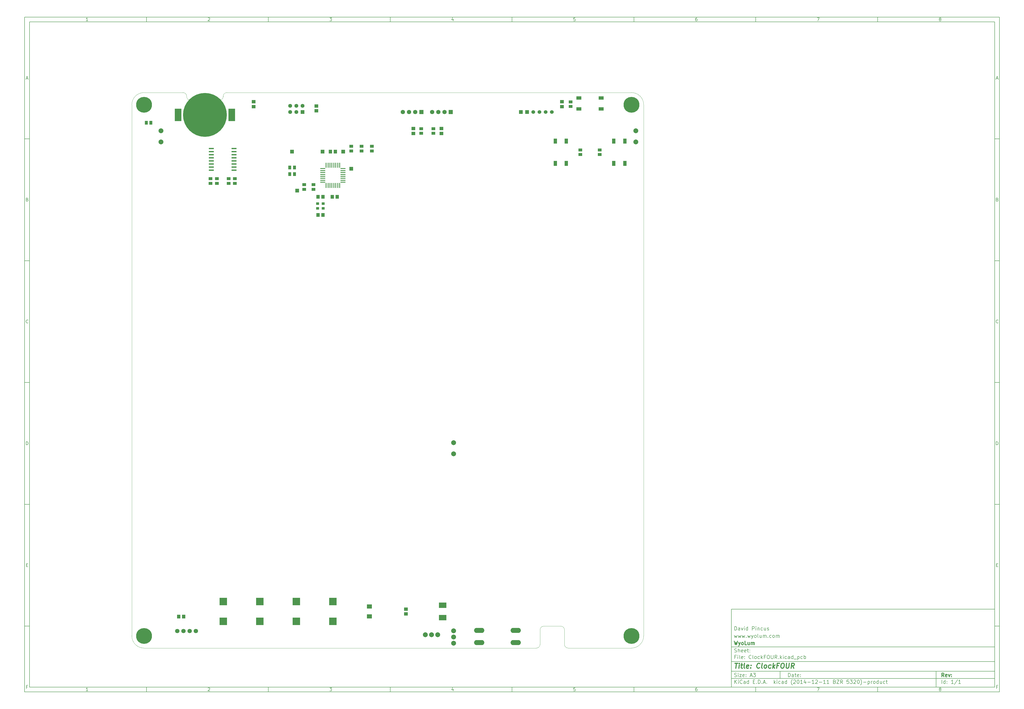
<source format=gbs>
G04 #@! TF.FileFunction,Soldermask,Bot*
%FSLAX46Y46*%
G04 Gerber Fmt 4.6, Leading zero omitted, Abs format (unit mm)*
G04 Created by KiCad (PCBNEW (2014-12-11 BZR 5320)-product) date Thu Jan 29 13:35:59 2015*
%MOMM*%
G01*
G04 APERTURE LIST*
%ADD10C,0.150000*%
%ADD11C,0.300000*%
%ADD12C,0.400000*%
%ADD13C,0.100000*%
%ADD14R,1.498600X1.300480*%
%ADD15R,1.300480X1.498600*%
%ADD16C,6.500000*%
%ADD17R,1.524000X1.524000*%
%ADD18R,1.300480X1.049020*%
%ADD19R,0.449580X1.998980*%
%ADD20R,1.998980X0.449580*%
%ADD21R,1.600000X1.600000*%
%ADD22C,1.600000*%
%ADD23R,3.048000X3.048000*%
%ADD24R,1.550000X1.350000*%
%ADD25R,1.350000X1.550000*%
%ADD26C,1.524000*%
%ADD27C,1.778000*%
%ADD28R,1.778000X1.778000*%
%ADD29R,2.100000X1.400000*%
%ADD30R,1.400000X2.100000*%
%ADD31R,1.998980X0.599440*%
%ADD32C,2.000000*%
%ADD33O,4.200000X2.100000*%
%ADD34R,2.159000X1.778000*%
%ADD35R,3.149600X2.184400*%
%ADD36R,2.800000X5.100000*%
%ADD37C,18.000000*%
%ADD38C,1.800000*%
G04 APERTURE END LIST*
D10*
X299989000Y-253002200D02*
X299989000Y-285002200D01*
X407989000Y-285002200D01*
X407989000Y-253002200D01*
X299989000Y-253002200D01*
X10000000Y-10000000D02*
X10000000Y-287002200D01*
X409989000Y-287002200D01*
X409989000Y-10000000D01*
X10000000Y-10000000D01*
X12000000Y-12000000D02*
X12000000Y-285002200D01*
X407989000Y-285002200D01*
X407989000Y-12000000D01*
X12000000Y-12000000D01*
X60000000Y-12000000D02*
X60000000Y-10000000D01*
X110000000Y-12000000D02*
X110000000Y-10000000D01*
X160000000Y-12000000D02*
X160000000Y-10000000D01*
X210000000Y-12000000D02*
X210000000Y-10000000D01*
X260000000Y-12000000D02*
X260000000Y-10000000D01*
X310000000Y-12000000D02*
X310000000Y-10000000D01*
X360000000Y-12000000D02*
X360000000Y-10000000D01*
X35990476Y-11588095D02*
X35247619Y-11588095D01*
X35619048Y-11588095D02*
X35619048Y-10288095D01*
X35495238Y-10473810D01*
X35371429Y-10597619D01*
X35247619Y-10659524D01*
X85247619Y-10411905D02*
X85309524Y-10350000D01*
X85433333Y-10288095D01*
X85742857Y-10288095D01*
X85866667Y-10350000D01*
X85928571Y-10411905D01*
X85990476Y-10535714D01*
X85990476Y-10659524D01*
X85928571Y-10845238D01*
X85185714Y-11588095D01*
X85990476Y-11588095D01*
X135185714Y-10288095D02*
X135990476Y-10288095D01*
X135557143Y-10783333D01*
X135742857Y-10783333D01*
X135866667Y-10845238D01*
X135928571Y-10907143D01*
X135990476Y-11030952D01*
X135990476Y-11340476D01*
X135928571Y-11464286D01*
X135866667Y-11526190D01*
X135742857Y-11588095D01*
X135371429Y-11588095D01*
X135247619Y-11526190D01*
X135185714Y-11464286D01*
X185866667Y-10721429D02*
X185866667Y-11588095D01*
X185557143Y-10226190D02*
X185247619Y-11154762D01*
X186052381Y-11154762D01*
X235928571Y-10288095D02*
X235309524Y-10288095D01*
X235247619Y-10907143D01*
X235309524Y-10845238D01*
X235433333Y-10783333D01*
X235742857Y-10783333D01*
X235866667Y-10845238D01*
X235928571Y-10907143D01*
X235990476Y-11030952D01*
X235990476Y-11340476D01*
X235928571Y-11464286D01*
X235866667Y-11526190D01*
X235742857Y-11588095D01*
X235433333Y-11588095D01*
X235309524Y-11526190D01*
X235247619Y-11464286D01*
X285866667Y-10288095D02*
X285619048Y-10288095D01*
X285495238Y-10350000D01*
X285433333Y-10411905D01*
X285309524Y-10597619D01*
X285247619Y-10845238D01*
X285247619Y-11340476D01*
X285309524Y-11464286D01*
X285371429Y-11526190D01*
X285495238Y-11588095D01*
X285742857Y-11588095D01*
X285866667Y-11526190D01*
X285928571Y-11464286D01*
X285990476Y-11340476D01*
X285990476Y-11030952D01*
X285928571Y-10907143D01*
X285866667Y-10845238D01*
X285742857Y-10783333D01*
X285495238Y-10783333D01*
X285371429Y-10845238D01*
X285309524Y-10907143D01*
X285247619Y-11030952D01*
X335185714Y-10288095D02*
X336052381Y-10288095D01*
X335495238Y-11588095D01*
X385495238Y-10845238D02*
X385371429Y-10783333D01*
X385309524Y-10721429D01*
X385247619Y-10597619D01*
X385247619Y-10535714D01*
X385309524Y-10411905D01*
X385371429Y-10350000D01*
X385495238Y-10288095D01*
X385742857Y-10288095D01*
X385866667Y-10350000D01*
X385928571Y-10411905D01*
X385990476Y-10535714D01*
X385990476Y-10597619D01*
X385928571Y-10721429D01*
X385866667Y-10783333D01*
X385742857Y-10845238D01*
X385495238Y-10845238D01*
X385371429Y-10907143D01*
X385309524Y-10969048D01*
X385247619Y-11092857D01*
X385247619Y-11340476D01*
X385309524Y-11464286D01*
X385371429Y-11526190D01*
X385495238Y-11588095D01*
X385742857Y-11588095D01*
X385866667Y-11526190D01*
X385928571Y-11464286D01*
X385990476Y-11340476D01*
X385990476Y-11092857D01*
X385928571Y-10969048D01*
X385866667Y-10907143D01*
X385742857Y-10845238D01*
X60000000Y-285002200D02*
X60000000Y-287002200D01*
X110000000Y-285002200D02*
X110000000Y-287002200D01*
X160000000Y-285002200D02*
X160000000Y-287002200D01*
X210000000Y-285002200D02*
X210000000Y-287002200D01*
X260000000Y-285002200D02*
X260000000Y-287002200D01*
X310000000Y-285002200D02*
X310000000Y-287002200D01*
X360000000Y-285002200D02*
X360000000Y-287002200D01*
X35990476Y-286590295D02*
X35247619Y-286590295D01*
X35619048Y-286590295D02*
X35619048Y-285290295D01*
X35495238Y-285476010D01*
X35371429Y-285599819D01*
X35247619Y-285661724D01*
X85247619Y-285414105D02*
X85309524Y-285352200D01*
X85433333Y-285290295D01*
X85742857Y-285290295D01*
X85866667Y-285352200D01*
X85928571Y-285414105D01*
X85990476Y-285537914D01*
X85990476Y-285661724D01*
X85928571Y-285847438D01*
X85185714Y-286590295D01*
X85990476Y-286590295D01*
X135185714Y-285290295D02*
X135990476Y-285290295D01*
X135557143Y-285785533D01*
X135742857Y-285785533D01*
X135866667Y-285847438D01*
X135928571Y-285909343D01*
X135990476Y-286033152D01*
X135990476Y-286342676D01*
X135928571Y-286466486D01*
X135866667Y-286528390D01*
X135742857Y-286590295D01*
X135371429Y-286590295D01*
X135247619Y-286528390D01*
X135185714Y-286466486D01*
X185866667Y-285723629D02*
X185866667Y-286590295D01*
X185557143Y-285228390D02*
X185247619Y-286156962D01*
X186052381Y-286156962D01*
X235928571Y-285290295D02*
X235309524Y-285290295D01*
X235247619Y-285909343D01*
X235309524Y-285847438D01*
X235433333Y-285785533D01*
X235742857Y-285785533D01*
X235866667Y-285847438D01*
X235928571Y-285909343D01*
X235990476Y-286033152D01*
X235990476Y-286342676D01*
X235928571Y-286466486D01*
X235866667Y-286528390D01*
X235742857Y-286590295D01*
X235433333Y-286590295D01*
X235309524Y-286528390D01*
X235247619Y-286466486D01*
X285866667Y-285290295D02*
X285619048Y-285290295D01*
X285495238Y-285352200D01*
X285433333Y-285414105D01*
X285309524Y-285599819D01*
X285247619Y-285847438D01*
X285247619Y-286342676D01*
X285309524Y-286466486D01*
X285371429Y-286528390D01*
X285495238Y-286590295D01*
X285742857Y-286590295D01*
X285866667Y-286528390D01*
X285928571Y-286466486D01*
X285990476Y-286342676D01*
X285990476Y-286033152D01*
X285928571Y-285909343D01*
X285866667Y-285847438D01*
X285742857Y-285785533D01*
X285495238Y-285785533D01*
X285371429Y-285847438D01*
X285309524Y-285909343D01*
X285247619Y-286033152D01*
X335185714Y-285290295D02*
X336052381Y-285290295D01*
X335495238Y-286590295D01*
X385495238Y-285847438D02*
X385371429Y-285785533D01*
X385309524Y-285723629D01*
X385247619Y-285599819D01*
X385247619Y-285537914D01*
X385309524Y-285414105D01*
X385371429Y-285352200D01*
X385495238Y-285290295D01*
X385742857Y-285290295D01*
X385866667Y-285352200D01*
X385928571Y-285414105D01*
X385990476Y-285537914D01*
X385990476Y-285599819D01*
X385928571Y-285723629D01*
X385866667Y-285785533D01*
X385742857Y-285847438D01*
X385495238Y-285847438D01*
X385371429Y-285909343D01*
X385309524Y-285971248D01*
X385247619Y-286095057D01*
X385247619Y-286342676D01*
X385309524Y-286466486D01*
X385371429Y-286528390D01*
X385495238Y-286590295D01*
X385742857Y-286590295D01*
X385866667Y-286528390D01*
X385928571Y-286466486D01*
X385990476Y-286342676D01*
X385990476Y-286095057D01*
X385928571Y-285971248D01*
X385866667Y-285909343D01*
X385742857Y-285847438D01*
X10000000Y-60000000D02*
X12000000Y-60000000D01*
X10000000Y-110000000D02*
X12000000Y-110000000D01*
X10000000Y-160000000D02*
X12000000Y-160000000D01*
X10000000Y-210000000D02*
X12000000Y-210000000D01*
X10000000Y-260000000D02*
X12000000Y-260000000D01*
X10690476Y-35216667D02*
X11309524Y-35216667D01*
X10566667Y-35588095D02*
X11000000Y-34288095D01*
X11433333Y-35588095D01*
X11092857Y-84907143D02*
X11278571Y-84969048D01*
X11340476Y-85030952D01*
X11402381Y-85154762D01*
X11402381Y-85340476D01*
X11340476Y-85464286D01*
X11278571Y-85526190D01*
X11154762Y-85588095D01*
X10659524Y-85588095D01*
X10659524Y-84288095D01*
X11092857Y-84288095D01*
X11216667Y-84350000D01*
X11278571Y-84411905D01*
X11340476Y-84535714D01*
X11340476Y-84659524D01*
X11278571Y-84783333D01*
X11216667Y-84845238D01*
X11092857Y-84907143D01*
X10659524Y-84907143D01*
X11402381Y-135464286D02*
X11340476Y-135526190D01*
X11154762Y-135588095D01*
X11030952Y-135588095D01*
X10845238Y-135526190D01*
X10721429Y-135402381D01*
X10659524Y-135278571D01*
X10597619Y-135030952D01*
X10597619Y-134845238D01*
X10659524Y-134597619D01*
X10721429Y-134473810D01*
X10845238Y-134350000D01*
X11030952Y-134288095D01*
X11154762Y-134288095D01*
X11340476Y-134350000D01*
X11402381Y-134411905D01*
X10659524Y-185588095D02*
X10659524Y-184288095D01*
X10969048Y-184288095D01*
X11154762Y-184350000D01*
X11278571Y-184473810D01*
X11340476Y-184597619D01*
X11402381Y-184845238D01*
X11402381Y-185030952D01*
X11340476Y-185278571D01*
X11278571Y-185402381D01*
X11154762Y-185526190D01*
X10969048Y-185588095D01*
X10659524Y-185588095D01*
X10721429Y-234907143D02*
X11154762Y-234907143D01*
X11340476Y-235588095D02*
X10721429Y-235588095D01*
X10721429Y-234288095D01*
X11340476Y-234288095D01*
X11185714Y-284907143D02*
X10752381Y-284907143D01*
X10752381Y-285588095D02*
X10752381Y-284288095D01*
X11371428Y-284288095D01*
X409989000Y-60000000D02*
X407989000Y-60000000D01*
X409989000Y-110000000D02*
X407989000Y-110000000D01*
X409989000Y-160000000D02*
X407989000Y-160000000D01*
X409989000Y-210000000D02*
X407989000Y-210000000D01*
X409989000Y-260000000D02*
X407989000Y-260000000D01*
X408679476Y-35216667D02*
X409298524Y-35216667D01*
X408555667Y-35588095D02*
X408989000Y-34288095D01*
X409422333Y-35588095D01*
X409081857Y-84907143D02*
X409267571Y-84969048D01*
X409329476Y-85030952D01*
X409391381Y-85154762D01*
X409391381Y-85340476D01*
X409329476Y-85464286D01*
X409267571Y-85526190D01*
X409143762Y-85588095D01*
X408648524Y-85588095D01*
X408648524Y-84288095D01*
X409081857Y-84288095D01*
X409205667Y-84350000D01*
X409267571Y-84411905D01*
X409329476Y-84535714D01*
X409329476Y-84659524D01*
X409267571Y-84783333D01*
X409205667Y-84845238D01*
X409081857Y-84907143D01*
X408648524Y-84907143D01*
X409391381Y-135464286D02*
X409329476Y-135526190D01*
X409143762Y-135588095D01*
X409019952Y-135588095D01*
X408834238Y-135526190D01*
X408710429Y-135402381D01*
X408648524Y-135278571D01*
X408586619Y-135030952D01*
X408586619Y-134845238D01*
X408648524Y-134597619D01*
X408710429Y-134473810D01*
X408834238Y-134350000D01*
X409019952Y-134288095D01*
X409143762Y-134288095D01*
X409329476Y-134350000D01*
X409391381Y-134411905D01*
X408648524Y-185588095D02*
X408648524Y-184288095D01*
X408958048Y-184288095D01*
X409143762Y-184350000D01*
X409267571Y-184473810D01*
X409329476Y-184597619D01*
X409391381Y-184845238D01*
X409391381Y-185030952D01*
X409329476Y-185278571D01*
X409267571Y-185402381D01*
X409143762Y-185526190D01*
X408958048Y-185588095D01*
X408648524Y-185588095D01*
X408710429Y-234907143D02*
X409143762Y-234907143D01*
X409329476Y-235588095D02*
X408710429Y-235588095D01*
X408710429Y-234288095D01*
X409329476Y-234288095D01*
X409174714Y-284907143D02*
X408741381Y-284907143D01*
X408741381Y-285588095D02*
X408741381Y-284288095D01*
X409360428Y-284288095D01*
X323346143Y-280780771D02*
X323346143Y-279280771D01*
X323703286Y-279280771D01*
X323917571Y-279352200D01*
X324060429Y-279495057D01*
X324131857Y-279637914D01*
X324203286Y-279923629D01*
X324203286Y-280137914D01*
X324131857Y-280423629D01*
X324060429Y-280566486D01*
X323917571Y-280709343D01*
X323703286Y-280780771D01*
X323346143Y-280780771D01*
X325489000Y-280780771D02*
X325489000Y-279995057D01*
X325417571Y-279852200D01*
X325274714Y-279780771D01*
X324989000Y-279780771D01*
X324846143Y-279852200D01*
X325489000Y-280709343D02*
X325346143Y-280780771D01*
X324989000Y-280780771D01*
X324846143Y-280709343D01*
X324774714Y-280566486D01*
X324774714Y-280423629D01*
X324846143Y-280280771D01*
X324989000Y-280209343D01*
X325346143Y-280209343D01*
X325489000Y-280137914D01*
X325989000Y-279780771D02*
X326560429Y-279780771D01*
X326203286Y-279280771D02*
X326203286Y-280566486D01*
X326274714Y-280709343D01*
X326417572Y-280780771D01*
X326560429Y-280780771D01*
X327631857Y-280709343D02*
X327489000Y-280780771D01*
X327203286Y-280780771D01*
X327060429Y-280709343D01*
X326989000Y-280566486D01*
X326989000Y-279995057D01*
X327060429Y-279852200D01*
X327203286Y-279780771D01*
X327489000Y-279780771D01*
X327631857Y-279852200D01*
X327703286Y-279995057D01*
X327703286Y-280137914D01*
X326989000Y-280280771D01*
X328346143Y-280637914D02*
X328417571Y-280709343D01*
X328346143Y-280780771D01*
X328274714Y-280709343D01*
X328346143Y-280637914D01*
X328346143Y-280780771D01*
X328346143Y-279852200D02*
X328417571Y-279923629D01*
X328346143Y-279995057D01*
X328274714Y-279923629D01*
X328346143Y-279852200D01*
X328346143Y-279995057D01*
X299989000Y-281502200D02*
X407989000Y-281502200D01*
X301346143Y-283580771D02*
X301346143Y-282080771D01*
X302203286Y-283580771D02*
X301560429Y-282723629D01*
X302203286Y-282080771D02*
X301346143Y-282937914D01*
X302846143Y-283580771D02*
X302846143Y-282580771D01*
X302846143Y-282080771D02*
X302774714Y-282152200D01*
X302846143Y-282223629D01*
X302917571Y-282152200D01*
X302846143Y-282080771D01*
X302846143Y-282223629D01*
X304417572Y-283437914D02*
X304346143Y-283509343D01*
X304131857Y-283580771D01*
X303989000Y-283580771D01*
X303774715Y-283509343D01*
X303631857Y-283366486D01*
X303560429Y-283223629D01*
X303489000Y-282937914D01*
X303489000Y-282723629D01*
X303560429Y-282437914D01*
X303631857Y-282295057D01*
X303774715Y-282152200D01*
X303989000Y-282080771D01*
X304131857Y-282080771D01*
X304346143Y-282152200D01*
X304417572Y-282223629D01*
X305703286Y-283580771D02*
X305703286Y-282795057D01*
X305631857Y-282652200D01*
X305489000Y-282580771D01*
X305203286Y-282580771D01*
X305060429Y-282652200D01*
X305703286Y-283509343D02*
X305560429Y-283580771D01*
X305203286Y-283580771D01*
X305060429Y-283509343D01*
X304989000Y-283366486D01*
X304989000Y-283223629D01*
X305060429Y-283080771D01*
X305203286Y-283009343D01*
X305560429Y-283009343D01*
X305703286Y-282937914D01*
X307060429Y-283580771D02*
X307060429Y-282080771D01*
X307060429Y-283509343D02*
X306917572Y-283580771D01*
X306631858Y-283580771D01*
X306489000Y-283509343D01*
X306417572Y-283437914D01*
X306346143Y-283295057D01*
X306346143Y-282866486D01*
X306417572Y-282723629D01*
X306489000Y-282652200D01*
X306631858Y-282580771D01*
X306917572Y-282580771D01*
X307060429Y-282652200D01*
X308917572Y-282795057D02*
X309417572Y-282795057D01*
X309631858Y-283580771D02*
X308917572Y-283580771D01*
X308917572Y-282080771D01*
X309631858Y-282080771D01*
X310274715Y-283437914D02*
X310346143Y-283509343D01*
X310274715Y-283580771D01*
X310203286Y-283509343D01*
X310274715Y-283437914D01*
X310274715Y-283580771D01*
X310989001Y-283580771D02*
X310989001Y-282080771D01*
X311346144Y-282080771D01*
X311560429Y-282152200D01*
X311703287Y-282295057D01*
X311774715Y-282437914D01*
X311846144Y-282723629D01*
X311846144Y-282937914D01*
X311774715Y-283223629D01*
X311703287Y-283366486D01*
X311560429Y-283509343D01*
X311346144Y-283580771D01*
X310989001Y-283580771D01*
X312489001Y-283437914D02*
X312560429Y-283509343D01*
X312489001Y-283580771D01*
X312417572Y-283509343D01*
X312489001Y-283437914D01*
X312489001Y-283580771D01*
X313131858Y-283152200D02*
X313846144Y-283152200D01*
X312989001Y-283580771D02*
X313489001Y-282080771D01*
X313989001Y-283580771D01*
X314489001Y-283437914D02*
X314560429Y-283509343D01*
X314489001Y-283580771D01*
X314417572Y-283509343D01*
X314489001Y-283437914D01*
X314489001Y-283580771D01*
X317489001Y-283580771D02*
X317489001Y-282080771D01*
X317631858Y-283009343D02*
X318060429Y-283580771D01*
X318060429Y-282580771D02*
X317489001Y-283152200D01*
X318703287Y-283580771D02*
X318703287Y-282580771D01*
X318703287Y-282080771D02*
X318631858Y-282152200D01*
X318703287Y-282223629D01*
X318774715Y-282152200D01*
X318703287Y-282080771D01*
X318703287Y-282223629D01*
X320060430Y-283509343D02*
X319917573Y-283580771D01*
X319631859Y-283580771D01*
X319489001Y-283509343D01*
X319417573Y-283437914D01*
X319346144Y-283295057D01*
X319346144Y-282866486D01*
X319417573Y-282723629D01*
X319489001Y-282652200D01*
X319631859Y-282580771D01*
X319917573Y-282580771D01*
X320060430Y-282652200D01*
X321346144Y-283580771D02*
X321346144Y-282795057D01*
X321274715Y-282652200D01*
X321131858Y-282580771D01*
X320846144Y-282580771D01*
X320703287Y-282652200D01*
X321346144Y-283509343D02*
X321203287Y-283580771D01*
X320846144Y-283580771D01*
X320703287Y-283509343D01*
X320631858Y-283366486D01*
X320631858Y-283223629D01*
X320703287Y-283080771D01*
X320846144Y-283009343D01*
X321203287Y-283009343D01*
X321346144Y-282937914D01*
X322703287Y-283580771D02*
X322703287Y-282080771D01*
X322703287Y-283509343D02*
X322560430Y-283580771D01*
X322274716Y-283580771D01*
X322131858Y-283509343D01*
X322060430Y-283437914D01*
X321989001Y-283295057D01*
X321989001Y-282866486D01*
X322060430Y-282723629D01*
X322131858Y-282652200D01*
X322274716Y-282580771D01*
X322560430Y-282580771D01*
X322703287Y-282652200D01*
X324989001Y-284152200D02*
X324917573Y-284080771D01*
X324774716Y-283866486D01*
X324703287Y-283723629D01*
X324631858Y-283509343D01*
X324560430Y-283152200D01*
X324560430Y-282866486D01*
X324631858Y-282509343D01*
X324703287Y-282295057D01*
X324774716Y-282152200D01*
X324917573Y-281937914D01*
X324989001Y-281866486D01*
X325489001Y-282223629D02*
X325560430Y-282152200D01*
X325703287Y-282080771D01*
X326060430Y-282080771D01*
X326203287Y-282152200D01*
X326274716Y-282223629D01*
X326346144Y-282366486D01*
X326346144Y-282509343D01*
X326274716Y-282723629D01*
X325417573Y-283580771D01*
X326346144Y-283580771D01*
X327274715Y-282080771D02*
X327417572Y-282080771D01*
X327560429Y-282152200D01*
X327631858Y-282223629D01*
X327703287Y-282366486D01*
X327774715Y-282652200D01*
X327774715Y-283009343D01*
X327703287Y-283295057D01*
X327631858Y-283437914D01*
X327560429Y-283509343D01*
X327417572Y-283580771D01*
X327274715Y-283580771D01*
X327131858Y-283509343D01*
X327060429Y-283437914D01*
X326989001Y-283295057D01*
X326917572Y-283009343D01*
X326917572Y-282652200D01*
X326989001Y-282366486D01*
X327060429Y-282223629D01*
X327131858Y-282152200D01*
X327274715Y-282080771D01*
X329203286Y-283580771D02*
X328346143Y-283580771D01*
X328774715Y-283580771D02*
X328774715Y-282080771D01*
X328631858Y-282295057D01*
X328489000Y-282437914D01*
X328346143Y-282509343D01*
X330489000Y-282580771D02*
X330489000Y-283580771D01*
X330131857Y-282009343D02*
X329774714Y-283080771D01*
X330703286Y-283080771D01*
X331274714Y-283009343D02*
X332417571Y-283009343D01*
X333917571Y-283580771D02*
X333060428Y-283580771D01*
X333489000Y-283580771D02*
X333489000Y-282080771D01*
X333346143Y-282295057D01*
X333203285Y-282437914D01*
X333060428Y-282509343D01*
X334488999Y-282223629D02*
X334560428Y-282152200D01*
X334703285Y-282080771D01*
X335060428Y-282080771D01*
X335203285Y-282152200D01*
X335274714Y-282223629D01*
X335346142Y-282366486D01*
X335346142Y-282509343D01*
X335274714Y-282723629D01*
X334417571Y-283580771D01*
X335346142Y-283580771D01*
X335988999Y-283009343D02*
X337131856Y-283009343D01*
X338631856Y-283580771D02*
X337774713Y-283580771D01*
X338203285Y-283580771D02*
X338203285Y-282080771D01*
X338060428Y-282295057D01*
X337917570Y-282437914D01*
X337774713Y-282509343D01*
X340060427Y-283580771D02*
X339203284Y-283580771D01*
X339631856Y-283580771D02*
X339631856Y-282080771D01*
X339488999Y-282295057D01*
X339346141Y-282437914D01*
X339203284Y-282509343D01*
X342346141Y-282795057D02*
X342560427Y-282866486D01*
X342631855Y-282937914D01*
X342703284Y-283080771D01*
X342703284Y-283295057D01*
X342631855Y-283437914D01*
X342560427Y-283509343D01*
X342417569Y-283580771D01*
X341846141Y-283580771D01*
X341846141Y-282080771D01*
X342346141Y-282080771D01*
X342488998Y-282152200D01*
X342560427Y-282223629D01*
X342631855Y-282366486D01*
X342631855Y-282509343D01*
X342560427Y-282652200D01*
X342488998Y-282723629D01*
X342346141Y-282795057D01*
X341846141Y-282795057D01*
X343203284Y-282080771D02*
X344203284Y-282080771D01*
X343203284Y-283580771D01*
X344203284Y-283580771D01*
X345631855Y-283580771D02*
X345131855Y-282866486D01*
X344774712Y-283580771D02*
X344774712Y-282080771D01*
X345346140Y-282080771D01*
X345488998Y-282152200D01*
X345560426Y-282223629D01*
X345631855Y-282366486D01*
X345631855Y-282580771D01*
X345560426Y-282723629D01*
X345488998Y-282795057D01*
X345346140Y-282866486D01*
X344774712Y-282866486D01*
X348131855Y-282080771D02*
X347417569Y-282080771D01*
X347346140Y-282795057D01*
X347417569Y-282723629D01*
X347560426Y-282652200D01*
X347917569Y-282652200D01*
X348060426Y-282723629D01*
X348131855Y-282795057D01*
X348203283Y-282937914D01*
X348203283Y-283295057D01*
X348131855Y-283437914D01*
X348060426Y-283509343D01*
X347917569Y-283580771D01*
X347560426Y-283580771D01*
X347417569Y-283509343D01*
X347346140Y-283437914D01*
X348703283Y-282080771D02*
X349631854Y-282080771D01*
X349131854Y-282652200D01*
X349346140Y-282652200D01*
X349488997Y-282723629D01*
X349560426Y-282795057D01*
X349631854Y-282937914D01*
X349631854Y-283295057D01*
X349560426Y-283437914D01*
X349488997Y-283509343D01*
X349346140Y-283580771D01*
X348917568Y-283580771D01*
X348774711Y-283509343D01*
X348703283Y-283437914D01*
X350203282Y-282223629D02*
X350274711Y-282152200D01*
X350417568Y-282080771D01*
X350774711Y-282080771D01*
X350917568Y-282152200D01*
X350988997Y-282223629D01*
X351060425Y-282366486D01*
X351060425Y-282509343D01*
X350988997Y-282723629D01*
X350131854Y-283580771D01*
X351060425Y-283580771D01*
X351988996Y-282080771D02*
X352131853Y-282080771D01*
X352274710Y-282152200D01*
X352346139Y-282223629D01*
X352417568Y-282366486D01*
X352488996Y-282652200D01*
X352488996Y-283009343D01*
X352417568Y-283295057D01*
X352346139Y-283437914D01*
X352274710Y-283509343D01*
X352131853Y-283580771D01*
X351988996Y-283580771D01*
X351846139Y-283509343D01*
X351774710Y-283437914D01*
X351703282Y-283295057D01*
X351631853Y-283009343D01*
X351631853Y-282652200D01*
X351703282Y-282366486D01*
X351774710Y-282223629D01*
X351846139Y-282152200D01*
X351988996Y-282080771D01*
X352988996Y-284152200D02*
X353060424Y-284080771D01*
X353203281Y-283866486D01*
X353274710Y-283723629D01*
X353346139Y-283509343D01*
X353417567Y-283152200D01*
X353417567Y-282866486D01*
X353346139Y-282509343D01*
X353274710Y-282295057D01*
X353203281Y-282152200D01*
X353060424Y-281937914D01*
X352988996Y-281866486D01*
X354131853Y-283009343D02*
X355274710Y-283009343D01*
X355988996Y-282580771D02*
X355988996Y-284080771D01*
X355988996Y-282652200D02*
X356131853Y-282580771D01*
X356417567Y-282580771D01*
X356560424Y-282652200D01*
X356631853Y-282723629D01*
X356703282Y-282866486D01*
X356703282Y-283295057D01*
X356631853Y-283437914D01*
X356560424Y-283509343D01*
X356417567Y-283580771D01*
X356131853Y-283580771D01*
X355988996Y-283509343D01*
X357346139Y-283580771D02*
X357346139Y-282580771D01*
X357346139Y-282866486D02*
X357417567Y-282723629D01*
X357488996Y-282652200D01*
X357631853Y-282580771D01*
X357774710Y-282580771D01*
X358488996Y-283580771D02*
X358346138Y-283509343D01*
X358274710Y-283437914D01*
X358203281Y-283295057D01*
X358203281Y-282866486D01*
X358274710Y-282723629D01*
X358346138Y-282652200D01*
X358488996Y-282580771D01*
X358703281Y-282580771D01*
X358846138Y-282652200D01*
X358917567Y-282723629D01*
X358988996Y-282866486D01*
X358988996Y-283295057D01*
X358917567Y-283437914D01*
X358846138Y-283509343D01*
X358703281Y-283580771D01*
X358488996Y-283580771D01*
X360274710Y-283580771D02*
X360274710Y-282080771D01*
X360274710Y-283509343D02*
X360131853Y-283580771D01*
X359846139Y-283580771D01*
X359703281Y-283509343D01*
X359631853Y-283437914D01*
X359560424Y-283295057D01*
X359560424Y-282866486D01*
X359631853Y-282723629D01*
X359703281Y-282652200D01*
X359846139Y-282580771D01*
X360131853Y-282580771D01*
X360274710Y-282652200D01*
X361631853Y-282580771D02*
X361631853Y-283580771D01*
X360988996Y-282580771D02*
X360988996Y-283366486D01*
X361060424Y-283509343D01*
X361203282Y-283580771D01*
X361417567Y-283580771D01*
X361560424Y-283509343D01*
X361631853Y-283437914D01*
X362988996Y-283509343D02*
X362846139Y-283580771D01*
X362560425Y-283580771D01*
X362417567Y-283509343D01*
X362346139Y-283437914D01*
X362274710Y-283295057D01*
X362274710Y-282866486D01*
X362346139Y-282723629D01*
X362417567Y-282652200D01*
X362560425Y-282580771D01*
X362846139Y-282580771D01*
X362988996Y-282652200D01*
X363417567Y-282580771D02*
X363988996Y-282580771D01*
X363631853Y-282080771D02*
X363631853Y-283366486D01*
X363703281Y-283509343D01*
X363846139Y-283580771D01*
X363988996Y-283580771D01*
X299989000Y-278502200D02*
X407989000Y-278502200D01*
D11*
X387203286Y-280780771D02*
X386703286Y-280066486D01*
X386346143Y-280780771D02*
X386346143Y-279280771D01*
X386917571Y-279280771D01*
X387060429Y-279352200D01*
X387131857Y-279423629D01*
X387203286Y-279566486D01*
X387203286Y-279780771D01*
X387131857Y-279923629D01*
X387060429Y-279995057D01*
X386917571Y-280066486D01*
X386346143Y-280066486D01*
X388417571Y-280709343D02*
X388274714Y-280780771D01*
X387989000Y-280780771D01*
X387846143Y-280709343D01*
X387774714Y-280566486D01*
X387774714Y-279995057D01*
X387846143Y-279852200D01*
X387989000Y-279780771D01*
X388274714Y-279780771D01*
X388417571Y-279852200D01*
X388489000Y-279995057D01*
X388489000Y-280137914D01*
X387774714Y-280280771D01*
X388989000Y-279780771D02*
X389346143Y-280780771D01*
X389703285Y-279780771D01*
X390274714Y-280637914D02*
X390346142Y-280709343D01*
X390274714Y-280780771D01*
X390203285Y-280709343D01*
X390274714Y-280637914D01*
X390274714Y-280780771D01*
X390274714Y-279852200D02*
X390346142Y-279923629D01*
X390274714Y-279995057D01*
X390203285Y-279923629D01*
X390274714Y-279852200D01*
X390274714Y-279995057D01*
D10*
X301274714Y-280709343D02*
X301489000Y-280780771D01*
X301846143Y-280780771D01*
X301989000Y-280709343D01*
X302060429Y-280637914D01*
X302131857Y-280495057D01*
X302131857Y-280352200D01*
X302060429Y-280209343D01*
X301989000Y-280137914D01*
X301846143Y-280066486D01*
X301560429Y-279995057D01*
X301417571Y-279923629D01*
X301346143Y-279852200D01*
X301274714Y-279709343D01*
X301274714Y-279566486D01*
X301346143Y-279423629D01*
X301417571Y-279352200D01*
X301560429Y-279280771D01*
X301917571Y-279280771D01*
X302131857Y-279352200D01*
X302774714Y-280780771D02*
X302774714Y-279780771D01*
X302774714Y-279280771D02*
X302703285Y-279352200D01*
X302774714Y-279423629D01*
X302846142Y-279352200D01*
X302774714Y-279280771D01*
X302774714Y-279423629D01*
X303346143Y-279780771D02*
X304131857Y-279780771D01*
X303346143Y-280780771D01*
X304131857Y-280780771D01*
X305274714Y-280709343D02*
X305131857Y-280780771D01*
X304846143Y-280780771D01*
X304703286Y-280709343D01*
X304631857Y-280566486D01*
X304631857Y-279995057D01*
X304703286Y-279852200D01*
X304846143Y-279780771D01*
X305131857Y-279780771D01*
X305274714Y-279852200D01*
X305346143Y-279995057D01*
X305346143Y-280137914D01*
X304631857Y-280280771D01*
X305989000Y-280637914D02*
X306060428Y-280709343D01*
X305989000Y-280780771D01*
X305917571Y-280709343D01*
X305989000Y-280637914D01*
X305989000Y-280780771D01*
X305989000Y-279852200D02*
X306060428Y-279923629D01*
X305989000Y-279995057D01*
X305917571Y-279923629D01*
X305989000Y-279852200D01*
X305989000Y-279995057D01*
X307774714Y-280352200D02*
X308489000Y-280352200D01*
X307631857Y-280780771D02*
X308131857Y-279280771D01*
X308631857Y-280780771D01*
X308989000Y-279280771D02*
X309917571Y-279280771D01*
X309417571Y-279852200D01*
X309631857Y-279852200D01*
X309774714Y-279923629D01*
X309846143Y-279995057D01*
X309917571Y-280137914D01*
X309917571Y-280495057D01*
X309846143Y-280637914D01*
X309774714Y-280709343D01*
X309631857Y-280780771D01*
X309203285Y-280780771D01*
X309060428Y-280709343D01*
X308989000Y-280637914D01*
X386346143Y-283580771D02*
X386346143Y-282080771D01*
X387703286Y-283580771D02*
X387703286Y-282080771D01*
X387703286Y-283509343D02*
X387560429Y-283580771D01*
X387274715Y-283580771D01*
X387131857Y-283509343D01*
X387060429Y-283437914D01*
X386989000Y-283295057D01*
X386989000Y-282866486D01*
X387060429Y-282723629D01*
X387131857Y-282652200D01*
X387274715Y-282580771D01*
X387560429Y-282580771D01*
X387703286Y-282652200D01*
X388417572Y-283437914D02*
X388489000Y-283509343D01*
X388417572Y-283580771D01*
X388346143Y-283509343D01*
X388417572Y-283437914D01*
X388417572Y-283580771D01*
X388417572Y-282652200D02*
X388489000Y-282723629D01*
X388417572Y-282795057D01*
X388346143Y-282723629D01*
X388417572Y-282652200D01*
X388417572Y-282795057D01*
X391060429Y-283580771D02*
X390203286Y-283580771D01*
X390631858Y-283580771D02*
X390631858Y-282080771D01*
X390489001Y-282295057D01*
X390346143Y-282437914D01*
X390203286Y-282509343D01*
X392774714Y-282009343D02*
X391489000Y-283937914D01*
X394060429Y-283580771D02*
X393203286Y-283580771D01*
X393631858Y-283580771D02*
X393631858Y-282080771D01*
X393489001Y-282295057D01*
X393346143Y-282437914D01*
X393203286Y-282509343D01*
X299989000Y-274502200D02*
X407989000Y-274502200D01*
D12*
X301441381Y-275206962D02*
X302584238Y-275206962D01*
X301762810Y-277206962D02*
X302012810Y-275206962D01*
X303000905Y-277206962D02*
X303167571Y-275873629D01*
X303250905Y-275206962D02*
X303143762Y-275302200D01*
X303227095Y-275397438D01*
X303334239Y-275302200D01*
X303250905Y-275206962D01*
X303227095Y-275397438D01*
X303834238Y-275873629D02*
X304596143Y-275873629D01*
X304203286Y-275206962D02*
X303989000Y-276921248D01*
X304060430Y-277111724D01*
X304239001Y-277206962D01*
X304429477Y-277206962D01*
X305381858Y-277206962D02*
X305203287Y-277111724D01*
X305131857Y-276921248D01*
X305346143Y-275206962D01*
X306917572Y-277111724D02*
X306715191Y-277206962D01*
X306334239Y-277206962D01*
X306155667Y-277111724D01*
X306084238Y-276921248D01*
X306179476Y-276159343D01*
X306298524Y-275968867D01*
X306500905Y-275873629D01*
X306881857Y-275873629D01*
X307060429Y-275968867D01*
X307131857Y-276159343D01*
X307108048Y-276349819D01*
X306131857Y-276540295D01*
X307881857Y-277016486D02*
X307965192Y-277111724D01*
X307858048Y-277206962D01*
X307774715Y-277111724D01*
X307881857Y-277016486D01*
X307858048Y-277206962D01*
X308012810Y-275968867D02*
X308096144Y-276064105D01*
X307989000Y-276159343D01*
X307905667Y-276064105D01*
X308012810Y-275968867D01*
X307989000Y-276159343D01*
X311500906Y-277016486D02*
X311393764Y-277111724D01*
X311096144Y-277206962D01*
X310905668Y-277206962D01*
X310631859Y-277111724D01*
X310465192Y-276921248D01*
X310393763Y-276730771D01*
X310346144Y-276349819D01*
X310381858Y-276064105D01*
X310524715Y-275683152D01*
X310643764Y-275492676D01*
X310858049Y-275302200D01*
X311155668Y-275206962D01*
X311346144Y-275206962D01*
X311619954Y-275302200D01*
X311703287Y-275397438D01*
X312619954Y-277206962D02*
X312441383Y-277111724D01*
X312369953Y-276921248D01*
X312584239Y-275206962D01*
X313667573Y-277206962D02*
X313489002Y-277111724D01*
X313405667Y-277016486D01*
X313334239Y-276826010D01*
X313405667Y-276254581D01*
X313524715Y-276064105D01*
X313631859Y-275968867D01*
X313834239Y-275873629D01*
X314119953Y-275873629D01*
X314298525Y-275968867D01*
X314381858Y-276064105D01*
X314453286Y-276254581D01*
X314381858Y-276826010D01*
X314262810Y-277016486D01*
X314155668Y-277111724D01*
X313953287Y-277206962D01*
X313667573Y-277206962D01*
X316060430Y-277111724D02*
X315858049Y-277206962D01*
X315477097Y-277206962D01*
X315298526Y-277111724D01*
X315215191Y-277016486D01*
X315143763Y-276826010D01*
X315215191Y-276254581D01*
X315334239Y-276064105D01*
X315441383Y-275968867D01*
X315643763Y-275873629D01*
X316024715Y-275873629D01*
X316203287Y-275968867D01*
X316905668Y-277206962D02*
X317155668Y-275206962D01*
X317191383Y-276445057D02*
X317667573Y-277206962D01*
X317834239Y-275873629D02*
X316977096Y-276635533D01*
X319322335Y-276159343D02*
X318655668Y-276159343D01*
X318524716Y-277206962D02*
X318774716Y-275206962D01*
X319727097Y-275206962D01*
X320869955Y-275206962D02*
X321250907Y-275206962D01*
X321429478Y-275302200D01*
X321596146Y-275492676D01*
X321643764Y-275873629D01*
X321560431Y-276540295D01*
X321417574Y-276921248D01*
X321203288Y-277111724D01*
X321000907Y-277206962D01*
X320619955Y-277206962D01*
X320441384Y-277111724D01*
X320274716Y-276921248D01*
X320227097Y-276540295D01*
X320310430Y-275873629D01*
X320453288Y-275492676D01*
X320667574Y-275302200D01*
X320869955Y-275206962D01*
X322584240Y-275206962D02*
X322381859Y-276826010D01*
X322453288Y-277016486D01*
X322536622Y-277111724D01*
X322715193Y-277206962D01*
X323096145Y-277206962D01*
X323298526Y-277111724D01*
X323405669Y-277016486D01*
X323524717Y-276826010D01*
X323727098Y-275206962D01*
X325572336Y-277206962D02*
X325024716Y-276254581D01*
X324429478Y-277206962D02*
X324679478Y-275206962D01*
X325441383Y-275206962D01*
X325619954Y-275302200D01*
X325703288Y-275397438D01*
X325774717Y-275587914D01*
X325739002Y-275873629D01*
X325619955Y-276064105D01*
X325512811Y-276159343D01*
X325310430Y-276254581D01*
X324548525Y-276254581D01*
D10*
X301846143Y-272595057D02*
X301346143Y-272595057D01*
X301346143Y-273380771D02*
X301346143Y-271880771D01*
X302060429Y-271880771D01*
X302631857Y-273380771D02*
X302631857Y-272380771D01*
X302631857Y-271880771D02*
X302560428Y-271952200D01*
X302631857Y-272023629D01*
X302703285Y-271952200D01*
X302631857Y-271880771D01*
X302631857Y-272023629D01*
X303560429Y-273380771D02*
X303417571Y-273309343D01*
X303346143Y-273166486D01*
X303346143Y-271880771D01*
X304703285Y-273309343D02*
X304560428Y-273380771D01*
X304274714Y-273380771D01*
X304131857Y-273309343D01*
X304060428Y-273166486D01*
X304060428Y-272595057D01*
X304131857Y-272452200D01*
X304274714Y-272380771D01*
X304560428Y-272380771D01*
X304703285Y-272452200D01*
X304774714Y-272595057D01*
X304774714Y-272737914D01*
X304060428Y-272880771D01*
X305417571Y-273237914D02*
X305488999Y-273309343D01*
X305417571Y-273380771D01*
X305346142Y-273309343D01*
X305417571Y-273237914D01*
X305417571Y-273380771D01*
X305417571Y-272452200D02*
X305488999Y-272523629D01*
X305417571Y-272595057D01*
X305346142Y-272523629D01*
X305417571Y-272452200D01*
X305417571Y-272595057D01*
X308131857Y-273237914D02*
X308060428Y-273309343D01*
X307846142Y-273380771D01*
X307703285Y-273380771D01*
X307489000Y-273309343D01*
X307346142Y-273166486D01*
X307274714Y-273023629D01*
X307203285Y-272737914D01*
X307203285Y-272523629D01*
X307274714Y-272237914D01*
X307346142Y-272095057D01*
X307489000Y-271952200D01*
X307703285Y-271880771D01*
X307846142Y-271880771D01*
X308060428Y-271952200D01*
X308131857Y-272023629D01*
X308989000Y-273380771D02*
X308846142Y-273309343D01*
X308774714Y-273166486D01*
X308774714Y-271880771D01*
X309774714Y-273380771D02*
X309631856Y-273309343D01*
X309560428Y-273237914D01*
X309488999Y-273095057D01*
X309488999Y-272666486D01*
X309560428Y-272523629D01*
X309631856Y-272452200D01*
X309774714Y-272380771D01*
X309988999Y-272380771D01*
X310131856Y-272452200D01*
X310203285Y-272523629D01*
X310274714Y-272666486D01*
X310274714Y-273095057D01*
X310203285Y-273237914D01*
X310131856Y-273309343D01*
X309988999Y-273380771D01*
X309774714Y-273380771D01*
X311560428Y-273309343D02*
X311417571Y-273380771D01*
X311131857Y-273380771D01*
X310988999Y-273309343D01*
X310917571Y-273237914D01*
X310846142Y-273095057D01*
X310846142Y-272666486D01*
X310917571Y-272523629D01*
X310988999Y-272452200D01*
X311131857Y-272380771D01*
X311417571Y-272380771D01*
X311560428Y-272452200D01*
X312203285Y-273380771D02*
X312203285Y-271880771D01*
X312346142Y-272809343D02*
X312774713Y-273380771D01*
X312774713Y-272380771D02*
X312203285Y-272952200D01*
X313917571Y-272595057D02*
X313417571Y-272595057D01*
X313417571Y-273380771D02*
X313417571Y-271880771D01*
X314131857Y-271880771D01*
X314988999Y-271880771D02*
X315274713Y-271880771D01*
X315417571Y-271952200D01*
X315560428Y-272095057D01*
X315631856Y-272380771D01*
X315631856Y-272880771D01*
X315560428Y-273166486D01*
X315417571Y-273309343D01*
X315274713Y-273380771D01*
X314988999Y-273380771D01*
X314846142Y-273309343D01*
X314703285Y-273166486D01*
X314631856Y-272880771D01*
X314631856Y-272380771D01*
X314703285Y-272095057D01*
X314846142Y-271952200D01*
X314988999Y-271880771D01*
X316274714Y-271880771D02*
X316274714Y-273095057D01*
X316346142Y-273237914D01*
X316417571Y-273309343D01*
X316560428Y-273380771D01*
X316846142Y-273380771D01*
X316989000Y-273309343D01*
X317060428Y-273237914D01*
X317131857Y-273095057D01*
X317131857Y-271880771D01*
X318703286Y-273380771D02*
X318203286Y-272666486D01*
X317846143Y-273380771D02*
X317846143Y-271880771D01*
X318417571Y-271880771D01*
X318560429Y-271952200D01*
X318631857Y-272023629D01*
X318703286Y-272166486D01*
X318703286Y-272380771D01*
X318631857Y-272523629D01*
X318560429Y-272595057D01*
X318417571Y-272666486D01*
X317846143Y-272666486D01*
X319346143Y-273237914D02*
X319417571Y-273309343D01*
X319346143Y-273380771D01*
X319274714Y-273309343D01*
X319346143Y-273237914D01*
X319346143Y-273380771D01*
X320060429Y-273380771D02*
X320060429Y-271880771D01*
X320203286Y-272809343D02*
X320631857Y-273380771D01*
X320631857Y-272380771D02*
X320060429Y-272952200D01*
X321274715Y-273380771D02*
X321274715Y-272380771D01*
X321274715Y-271880771D02*
X321203286Y-271952200D01*
X321274715Y-272023629D01*
X321346143Y-271952200D01*
X321274715Y-271880771D01*
X321274715Y-272023629D01*
X322631858Y-273309343D02*
X322489001Y-273380771D01*
X322203287Y-273380771D01*
X322060429Y-273309343D01*
X321989001Y-273237914D01*
X321917572Y-273095057D01*
X321917572Y-272666486D01*
X321989001Y-272523629D01*
X322060429Y-272452200D01*
X322203287Y-272380771D01*
X322489001Y-272380771D01*
X322631858Y-272452200D01*
X323917572Y-273380771D02*
X323917572Y-272595057D01*
X323846143Y-272452200D01*
X323703286Y-272380771D01*
X323417572Y-272380771D01*
X323274715Y-272452200D01*
X323917572Y-273309343D02*
X323774715Y-273380771D01*
X323417572Y-273380771D01*
X323274715Y-273309343D01*
X323203286Y-273166486D01*
X323203286Y-273023629D01*
X323274715Y-272880771D01*
X323417572Y-272809343D01*
X323774715Y-272809343D01*
X323917572Y-272737914D01*
X325274715Y-273380771D02*
X325274715Y-271880771D01*
X325274715Y-273309343D02*
X325131858Y-273380771D01*
X324846144Y-273380771D01*
X324703286Y-273309343D01*
X324631858Y-273237914D01*
X324560429Y-273095057D01*
X324560429Y-272666486D01*
X324631858Y-272523629D01*
X324703286Y-272452200D01*
X324846144Y-272380771D01*
X325131858Y-272380771D01*
X325274715Y-272452200D01*
X325631858Y-273523629D02*
X326774715Y-273523629D01*
X327131858Y-272380771D02*
X327131858Y-273880771D01*
X327131858Y-272452200D02*
X327274715Y-272380771D01*
X327560429Y-272380771D01*
X327703286Y-272452200D01*
X327774715Y-272523629D01*
X327846144Y-272666486D01*
X327846144Y-273095057D01*
X327774715Y-273237914D01*
X327703286Y-273309343D01*
X327560429Y-273380771D01*
X327274715Y-273380771D01*
X327131858Y-273309343D01*
X329131858Y-273309343D02*
X328989001Y-273380771D01*
X328703287Y-273380771D01*
X328560429Y-273309343D01*
X328489001Y-273237914D01*
X328417572Y-273095057D01*
X328417572Y-272666486D01*
X328489001Y-272523629D01*
X328560429Y-272452200D01*
X328703287Y-272380771D01*
X328989001Y-272380771D01*
X329131858Y-272452200D01*
X329774715Y-273380771D02*
X329774715Y-271880771D01*
X329774715Y-272452200D02*
X329917572Y-272380771D01*
X330203286Y-272380771D01*
X330346143Y-272452200D01*
X330417572Y-272523629D01*
X330489001Y-272666486D01*
X330489001Y-273095057D01*
X330417572Y-273237914D01*
X330346143Y-273309343D01*
X330203286Y-273380771D01*
X329917572Y-273380771D01*
X329774715Y-273309343D01*
X299989000Y-268502200D02*
X407989000Y-268502200D01*
X301274714Y-270609343D02*
X301489000Y-270680771D01*
X301846143Y-270680771D01*
X301989000Y-270609343D01*
X302060429Y-270537914D01*
X302131857Y-270395057D01*
X302131857Y-270252200D01*
X302060429Y-270109343D01*
X301989000Y-270037914D01*
X301846143Y-269966486D01*
X301560429Y-269895057D01*
X301417571Y-269823629D01*
X301346143Y-269752200D01*
X301274714Y-269609343D01*
X301274714Y-269466486D01*
X301346143Y-269323629D01*
X301417571Y-269252200D01*
X301560429Y-269180771D01*
X301917571Y-269180771D01*
X302131857Y-269252200D01*
X302774714Y-270680771D02*
X302774714Y-269180771D01*
X303417571Y-270680771D02*
X303417571Y-269895057D01*
X303346142Y-269752200D01*
X303203285Y-269680771D01*
X302989000Y-269680771D01*
X302846142Y-269752200D01*
X302774714Y-269823629D01*
X304703285Y-270609343D02*
X304560428Y-270680771D01*
X304274714Y-270680771D01*
X304131857Y-270609343D01*
X304060428Y-270466486D01*
X304060428Y-269895057D01*
X304131857Y-269752200D01*
X304274714Y-269680771D01*
X304560428Y-269680771D01*
X304703285Y-269752200D01*
X304774714Y-269895057D01*
X304774714Y-270037914D01*
X304060428Y-270180771D01*
X305988999Y-270609343D02*
X305846142Y-270680771D01*
X305560428Y-270680771D01*
X305417571Y-270609343D01*
X305346142Y-270466486D01*
X305346142Y-269895057D01*
X305417571Y-269752200D01*
X305560428Y-269680771D01*
X305846142Y-269680771D01*
X305988999Y-269752200D01*
X306060428Y-269895057D01*
X306060428Y-270037914D01*
X305346142Y-270180771D01*
X306488999Y-269680771D02*
X307060428Y-269680771D01*
X306703285Y-269180771D02*
X306703285Y-270466486D01*
X306774713Y-270609343D01*
X306917571Y-270680771D01*
X307060428Y-270680771D01*
X307560428Y-270537914D02*
X307631856Y-270609343D01*
X307560428Y-270680771D01*
X307488999Y-270609343D01*
X307560428Y-270537914D01*
X307560428Y-270680771D01*
X307560428Y-269752200D02*
X307631856Y-269823629D01*
X307560428Y-269895057D01*
X307488999Y-269823629D01*
X307560428Y-269752200D01*
X307560428Y-269895057D01*
D11*
X301203286Y-266180771D02*
X301560429Y-267680771D01*
X301846143Y-266609343D01*
X302131857Y-267680771D01*
X302489000Y-266180771D01*
X302917572Y-266680771D02*
X303274715Y-267680771D01*
X303631857Y-266680771D02*
X303274715Y-267680771D01*
X303131857Y-268037914D01*
X303060429Y-268109343D01*
X302917572Y-268180771D01*
X304417572Y-267680771D02*
X304274714Y-267609343D01*
X304203286Y-267537914D01*
X304131857Y-267395057D01*
X304131857Y-266966486D01*
X304203286Y-266823629D01*
X304274714Y-266752200D01*
X304417572Y-266680771D01*
X304631857Y-266680771D01*
X304774714Y-266752200D01*
X304846143Y-266823629D01*
X304917572Y-266966486D01*
X304917572Y-267395057D01*
X304846143Y-267537914D01*
X304774714Y-267609343D01*
X304631857Y-267680771D01*
X304417572Y-267680771D01*
X306274715Y-267680771D02*
X305560429Y-267680771D01*
X305560429Y-266180771D01*
X307417572Y-266680771D02*
X307417572Y-267680771D01*
X306774715Y-266680771D02*
X306774715Y-267466486D01*
X306846143Y-267609343D01*
X306989001Y-267680771D01*
X307203286Y-267680771D01*
X307346143Y-267609343D01*
X307417572Y-267537914D01*
X308131858Y-267680771D02*
X308131858Y-266680771D01*
X308131858Y-266823629D02*
X308203286Y-266752200D01*
X308346144Y-266680771D01*
X308560429Y-266680771D01*
X308703286Y-266752200D01*
X308774715Y-266895057D01*
X308774715Y-267680771D01*
X308774715Y-266895057D02*
X308846144Y-266752200D01*
X308989001Y-266680771D01*
X309203286Y-266680771D01*
X309346144Y-266752200D01*
X309417572Y-266895057D01*
X309417572Y-267680771D01*
D10*
X301203286Y-263680771D02*
X301489000Y-264680771D01*
X301774714Y-263966486D01*
X302060429Y-264680771D01*
X302346143Y-263680771D01*
X302774715Y-263680771D02*
X303060429Y-264680771D01*
X303346143Y-263966486D01*
X303631858Y-264680771D01*
X303917572Y-263680771D01*
X304346144Y-263680771D02*
X304631858Y-264680771D01*
X304917572Y-263966486D01*
X305203287Y-264680771D01*
X305489001Y-263680771D01*
X306060430Y-264537914D02*
X306131858Y-264609343D01*
X306060430Y-264680771D01*
X305989001Y-264609343D01*
X306060430Y-264537914D01*
X306060430Y-264680771D01*
X306631859Y-263680771D02*
X306917573Y-264680771D01*
X307203287Y-263966486D01*
X307489002Y-264680771D01*
X307774716Y-263680771D01*
X308203288Y-263680771D02*
X308560431Y-264680771D01*
X308917573Y-263680771D02*
X308560431Y-264680771D01*
X308417573Y-265037914D01*
X308346145Y-265109343D01*
X308203288Y-265180771D01*
X309703288Y-264680771D02*
X309560430Y-264609343D01*
X309489002Y-264537914D01*
X309417573Y-264395057D01*
X309417573Y-263966486D01*
X309489002Y-263823629D01*
X309560430Y-263752200D01*
X309703288Y-263680771D01*
X309917573Y-263680771D01*
X310060430Y-263752200D01*
X310131859Y-263823629D01*
X310203288Y-263966486D01*
X310203288Y-264395057D01*
X310131859Y-264537914D01*
X310060430Y-264609343D01*
X309917573Y-264680771D01*
X309703288Y-264680771D01*
X311060431Y-264680771D02*
X310917573Y-264609343D01*
X310846145Y-264466486D01*
X310846145Y-263180771D01*
X312274716Y-263680771D02*
X312274716Y-264680771D01*
X311631859Y-263680771D02*
X311631859Y-264466486D01*
X311703287Y-264609343D01*
X311846145Y-264680771D01*
X312060430Y-264680771D01*
X312203287Y-264609343D01*
X312274716Y-264537914D01*
X312989002Y-264680771D02*
X312989002Y-263680771D01*
X312989002Y-263823629D02*
X313060430Y-263752200D01*
X313203288Y-263680771D01*
X313417573Y-263680771D01*
X313560430Y-263752200D01*
X313631859Y-263895057D01*
X313631859Y-264680771D01*
X313631859Y-263895057D02*
X313703288Y-263752200D01*
X313846145Y-263680771D01*
X314060430Y-263680771D01*
X314203288Y-263752200D01*
X314274716Y-263895057D01*
X314274716Y-264680771D01*
X314989002Y-264537914D02*
X315060430Y-264609343D01*
X314989002Y-264680771D01*
X314917573Y-264609343D01*
X314989002Y-264537914D01*
X314989002Y-264680771D01*
X316346145Y-264609343D02*
X316203288Y-264680771D01*
X315917574Y-264680771D01*
X315774716Y-264609343D01*
X315703288Y-264537914D01*
X315631859Y-264395057D01*
X315631859Y-263966486D01*
X315703288Y-263823629D01*
X315774716Y-263752200D01*
X315917574Y-263680771D01*
X316203288Y-263680771D01*
X316346145Y-263752200D01*
X317203288Y-264680771D02*
X317060430Y-264609343D01*
X316989002Y-264537914D01*
X316917573Y-264395057D01*
X316917573Y-263966486D01*
X316989002Y-263823629D01*
X317060430Y-263752200D01*
X317203288Y-263680771D01*
X317417573Y-263680771D01*
X317560430Y-263752200D01*
X317631859Y-263823629D01*
X317703288Y-263966486D01*
X317703288Y-264395057D01*
X317631859Y-264537914D01*
X317560430Y-264609343D01*
X317417573Y-264680771D01*
X317203288Y-264680771D01*
X318346145Y-264680771D02*
X318346145Y-263680771D01*
X318346145Y-263823629D02*
X318417573Y-263752200D01*
X318560431Y-263680771D01*
X318774716Y-263680771D01*
X318917573Y-263752200D01*
X318989002Y-263895057D01*
X318989002Y-264680771D01*
X318989002Y-263895057D02*
X319060431Y-263752200D01*
X319203288Y-263680771D01*
X319417573Y-263680771D01*
X319560431Y-263752200D01*
X319631859Y-263895057D01*
X319631859Y-264680771D01*
X301346143Y-261680771D02*
X301346143Y-260180771D01*
X301703286Y-260180771D01*
X301917571Y-260252200D01*
X302060429Y-260395057D01*
X302131857Y-260537914D01*
X302203286Y-260823629D01*
X302203286Y-261037914D01*
X302131857Y-261323629D01*
X302060429Y-261466486D01*
X301917571Y-261609343D01*
X301703286Y-261680771D01*
X301346143Y-261680771D01*
X303489000Y-261680771D02*
X303489000Y-260895057D01*
X303417571Y-260752200D01*
X303274714Y-260680771D01*
X302989000Y-260680771D01*
X302846143Y-260752200D01*
X303489000Y-261609343D02*
X303346143Y-261680771D01*
X302989000Y-261680771D01*
X302846143Y-261609343D01*
X302774714Y-261466486D01*
X302774714Y-261323629D01*
X302846143Y-261180771D01*
X302989000Y-261109343D01*
X303346143Y-261109343D01*
X303489000Y-261037914D01*
X304060429Y-260680771D02*
X304417572Y-261680771D01*
X304774714Y-260680771D01*
X305346143Y-261680771D02*
X305346143Y-260680771D01*
X305346143Y-260180771D02*
X305274714Y-260252200D01*
X305346143Y-260323629D01*
X305417571Y-260252200D01*
X305346143Y-260180771D01*
X305346143Y-260323629D01*
X306703286Y-261680771D02*
X306703286Y-260180771D01*
X306703286Y-261609343D02*
X306560429Y-261680771D01*
X306274715Y-261680771D01*
X306131857Y-261609343D01*
X306060429Y-261537914D01*
X305989000Y-261395057D01*
X305989000Y-260966486D01*
X306060429Y-260823629D01*
X306131857Y-260752200D01*
X306274715Y-260680771D01*
X306560429Y-260680771D01*
X306703286Y-260752200D01*
X308560429Y-261680771D02*
X308560429Y-260180771D01*
X309131857Y-260180771D01*
X309274715Y-260252200D01*
X309346143Y-260323629D01*
X309417572Y-260466486D01*
X309417572Y-260680771D01*
X309346143Y-260823629D01*
X309274715Y-260895057D01*
X309131857Y-260966486D01*
X308560429Y-260966486D01*
X310060429Y-261680771D02*
X310060429Y-260680771D01*
X310060429Y-260180771D02*
X309989000Y-260252200D01*
X310060429Y-260323629D01*
X310131857Y-260252200D01*
X310060429Y-260180771D01*
X310060429Y-260323629D01*
X310774715Y-260680771D02*
X310774715Y-261680771D01*
X310774715Y-260823629D02*
X310846143Y-260752200D01*
X310989001Y-260680771D01*
X311203286Y-260680771D01*
X311346143Y-260752200D01*
X311417572Y-260895057D01*
X311417572Y-261680771D01*
X312774715Y-261609343D02*
X312631858Y-261680771D01*
X312346144Y-261680771D01*
X312203286Y-261609343D01*
X312131858Y-261537914D01*
X312060429Y-261395057D01*
X312060429Y-260966486D01*
X312131858Y-260823629D01*
X312203286Y-260752200D01*
X312346144Y-260680771D01*
X312631858Y-260680771D01*
X312774715Y-260752200D01*
X314060429Y-260680771D02*
X314060429Y-261680771D01*
X313417572Y-260680771D02*
X313417572Y-261466486D01*
X313489000Y-261609343D01*
X313631858Y-261680771D01*
X313846143Y-261680771D01*
X313989000Y-261609343D01*
X314060429Y-261537914D01*
X314703286Y-261609343D02*
X314846143Y-261680771D01*
X315131858Y-261680771D01*
X315274715Y-261609343D01*
X315346143Y-261466486D01*
X315346143Y-261395057D01*
X315274715Y-261252200D01*
X315131858Y-261180771D01*
X314917572Y-261180771D01*
X314774715Y-261109343D01*
X314703286Y-260966486D01*
X314703286Y-260895057D01*
X314774715Y-260752200D01*
X314917572Y-260680771D01*
X315131858Y-260680771D01*
X315274715Y-260752200D01*
X319989000Y-278502200D02*
X319989000Y-281502200D01*
X383989000Y-278502200D02*
X383989000Y-285002200D01*
D13*
X220000000Y-269000000D02*
X59000000Y-269000000D01*
X233000000Y-269000000D02*
X259000000Y-269000000D01*
X231500000Y-261500000D02*
X231500000Y-267500000D01*
X221500000Y-267500000D02*
X221500000Y-261500000D01*
X231500000Y-267500000D02*
G75*
G03X233000000Y-269000000I1500000J0D01*
G01*
X220000000Y-269000000D02*
G75*
G03X221500000Y-267500000I0J1500000D01*
G01*
X231500000Y-261500000D02*
G75*
G03X230000000Y-260000000I-1500000J0D01*
G01*
X223000000Y-260000000D02*
G75*
G03X221500000Y-261500000I0J-1500000D01*
G01*
X264000000Y-46000000D02*
X264000000Y-264000000D01*
X93000000Y-41000000D02*
X259000000Y-41000000D01*
X75000000Y-41000000D02*
X59000000Y-41000000D01*
X76500000Y-42500000D02*
X76500000Y-42600000D01*
X76500000Y-42500000D02*
G75*
G03X75000000Y-41000000I-1500000J0D01*
G01*
X91500000Y-42500000D02*
X91500000Y-42600000D01*
X93000000Y-41000000D02*
G75*
G03X91500000Y-42500000I0J-1500000D01*
G01*
X90000000Y-44100000D02*
G75*
G03X91500000Y-42600000I0J1500000D01*
G01*
X76500000Y-42600000D02*
G75*
G03X78000000Y-44100000I1500000J0D01*
G01*
X84000000Y-44100000D02*
X90000000Y-44100000D01*
X84000000Y-44100000D02*
X78000000Y-44100000D01*
X54000000Y-264000000D02*
X54000000Y-46000000D01*
X259000000Y-269000000D02*
G75*
G03X264000000Y-264000000I0J5000000D01*
G01*
X264000000Y-46000000D02*
G75*
G03X259000000Y-41000000I-5000000J0D01*
G01*
X59000000Y-41000000D02*
G75*
G03X54000000Y-46000000I0J-5000000D01*
G01*
X54000000Y-264000000D02*
G75*
G03X59000000Y-269000000I5000000J0D01*
G01*
X230000000Y-260000000D02*
X223000000Y-260000000D01*
D14*
X144000000Y-64952500D03*
X144000000Y-63047500D03*
D15*
X61852500Y-53400000D03*
X59947500Y-53400000D03*
D16*
X259000000Y-264000000D03*
X59000000Y-264000000D03*
X259000000Y-46000000D03*
X59000000Y-46000000D03*
D17*
X121800000Y-81200000D03*
X140750000Y-65250000D03*
X132250000Y-65250000D03*
D14*
X86300000Y-78252500D03*
X86300000Y-76347500D03*
X88900000Y-78252500D03*
X88900000Y-76347500D03*
X93700000Y-78252500D03*
X93700000Y-76347500D03*
D18*
X132543000Y-88502500D03*
X130257000Y-86597500D03*
X132543000Y-86597500D03*
X130257000Y-88502500D03*
D19*
X133700920Y-79150360D03*
X134501020Y-79150360D03*
X135301120Y-79150360D03*
X136101220Y-79150360D03*
X136898780Y-79150360D03*
X137698880Y-79150360D03*
X138498980Y-79150360D03*
X139299080Y-79150360D03*
X139299080Y-70849640D03*
X133700920Y-70849640D03*
X134501020Y-70849640D03*
X135301120Y-70849640D03*
X136101220Y-70849640D03*
X136898780Y-70849640D03*
X137698880Y-70849640D03*
X138498980Y-70849640D03*
D20*
X140650360Y-77799080D03*
X140650360Y-76998980D03*
X140650360Y-76198880D03*
X140650360Y-75398780D03*
X140650360Y-74601220D03*
X140650360Y-73801120D03*
X140650360Y-73001020D03*
X140650360Y-72200920D03*
X132349640Y-77799080D03*
X132349640Y-76998980D03*
X132349640Y-76198880D03*
X132349640Y-75398780D03*
X132349640Y-74601220D03*
X132349640Y-73801120D03*
X132349640Y-73001020D03*
X132349640Y-72200920D03*
D21*
X124040000Y-49020000D03*
D22*
X124040000Y-46480000D03*
X121500000Y-49020000D03*
X121500000Y-46480000D03*
X118960000Y-49020000D03*
X118960000Y-46480000D03*
D14*
X124750000Y-80702500D03*
X124750000Y-78797500D03*
X128500000Y-78797500D03*
X128500000Y-80702500D03*
X234000000Y-46702500D03*
X234000000Y-44797500D03*
X96300000Y-78252500D03*
X96300000Y-76347500D03*
D23*
X136500000Y-258064000D03*
X136500000Y-249936000D03*
X121500000Y-258064000D03*
X121500000Y-249936000D03*
X106500000Y-258064000D03*
X106500000Y-249936000D03*
X91500000Y-258064000D03*
X91500000Y-249936000D03*
D24*
X230500000Y-44750000D03*
X230500000Y-46750000D03*
X129750000Y-48500000D03*
X129750000Y-46500000D03*
X104000000Y-46750000D03*
X104000000Y-44750000D03*
D25*
X135500000Y-65250000D03*
X137500000Y-65250000D03*
X136250000Y-83750000D03*
X138250000Y-83750000D03*
X132400000Y-83800000D03*
X130400000Y-83800000D03*
X132400000Y-91250000D03*
X130400000Y-91250000D03*
D24*
X166500000Y-255000000D03*
X166500000Y-253000000D03*
D17*
X213650000Y-49000000D03*
X216190000Y-49000000D03*
D26*
X218730000Y-49000000D03*
X221270000Y-49000000D03*
X223810000Y-49000000D03*
X226350000Y-49000000D03*
D24*
X181000000Y-55750000D03*
X181000000Y-57750000D03*
X169500000Y-55750000D03*
X169500000Y-57750000D03*
D14*
X177750000Y-55797500D03*
X177750000Y-57702500D03*
X172750000Y-57702500D03*
X172750000Y-55797500D03*
D27*
X165190000Y-49000000D03*
X167730000Y-49000000D03*
X170270000Y-49000000D03*
D28*
X172810000Y-49000000D03*
D27*
X177190000Y-49000000D03*
X179730000Y-49000000D03*
X182270000Y-49000000D03*
D28*
X184810000Y-49000000D03*
D14*
X238000000Y-66452500D03*
X238000000Y-64547500D03*
X246000000Y-66452500D03*
X246000000Y-64547500D03*
D15*
X118797500Y-74500000D03*
X120702500Y-74500000D03*
X118797500Y-71750000D03*
X120702500Y-71750000D03*
D17*
X119750000Y-65250000D03*
D25*
X75250000Y-256050000D03*
X73250000Y-256050000D03*
D29*
X237450000Y-43250000D03*
X246550000Y-43250000D03*
X246550000Y-47750000D03*
X237450000Y-47750000D03*
D30*
X227750000Y-70050000D03*
X227750000Y-60950000D03*
X232250000Y-60950000D03*
X232250000Y-70050000D03*
X256250000Y-60950000D03*
X256250000Y-70050000D03*
X251750000Y-70050000D03*
X251750000Y-60950000D03*
D31*
X86649260Y-72845000D03*
X86649260Y-71575000D03*
X86649260Y-70305000D03*
X86649260Y-69035000D03*
X86649260Y-67765000D03*
X86649260Y-66495000D03*
X86649260Y-65225000D03*
X86649260Y-63955000D03*
X95950740Y-63955000D03*
X95950740Y-65225000D03*
X95950740Y-66495000D03*
X95950740Y-67765000D03*
X95950740Y-69035000D03*
X95950740Y-70305000D03*
X95950740Y-71575000D03*
X95950740Y-72845000D03*
D17*
X144000000Y-72250000D03*
D14*
X148250000Y-64952500D03*
X148250000Y-63047500D03*
X152500000Y-64952500D03*
X152500000Y-63047500D03*
D32*
X186000000Y-267040000D03*
X186000000Y-264500000D03*
X186000000Y-261960000D03*
X174460000Y-263500000D03*
X177000000Y-263500000D03*
X179540000Y-263500000D03*
D33*
X196500000Y-266750000D03*
X196500000Y-261750000D03*
X211500000Y-266750000D03*
X211500000Y-261750000D03*
D32*
X66000000Y-56714000D03*
X66000000Y-61286000D03*
X260750000Y-61286000D03*
X260750000Y-56714000D03*
X186000000Y-184714000D03*
X186000000Y-189286000D03*
D34*
X151500000Y-256032000D03*
X151500000Y-251968000D03*
D35*
X181500000Y-256540000D03*
X181500000Y-251460000D03*
D36*
X73000000Y-50200000D03*
X95000000Y-50200000D03*
D37*
X84000000Y-50200000D03*
D38*
X80310000Y-262000000D03*
X77770000Y-262000000D03*
X75230000Y-262000000D03*
X72690000Y-262000000D03*
M02*

</source>
